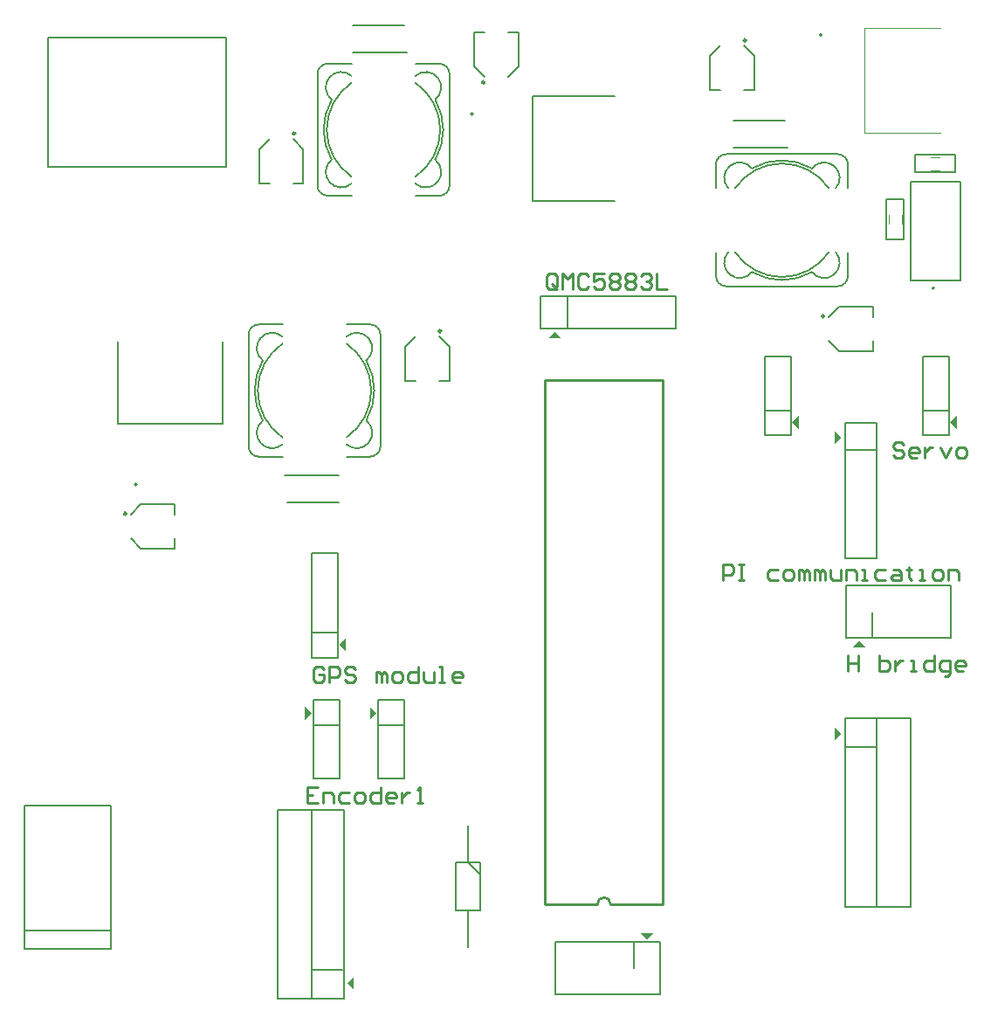
<source format=gto>
G04*
G04 #@! TF.GenerationSoftware,Altium Limited,Altium Designer,19.1.1 (5)*
G04*
G04 Layer_Color=65535*
%FSTAX24Y24*%
%MOIN*%
G70*
G01*
G75*
%ADD10C,0.0098*%
%ADD11C,0.0079*%
%ADD12C,0.0100*%
%ADD13C,0.0070*%
%ADD14C,0.0050*%
%ADD15C,0.0040*%
%ADD16C,0.0039*%
G36*
X012506Y00149D02*
X012756Y00124D01*
Y00174D01*
X012506Y00149D01*
D02*
G37*
G36*
X011146Y01178D02*
X010896Y01203D01*
Y01153D01*
X011146Y01178D01*
D02*
G37*
G36*
X013636Y011775D02*
X013386Y012025D01*
Y011525D01*
X013636Y011775D01*
D02*
G37*
G36*
X023961Y003155D02*
X024211Y003405D01*
X023711D01*
X023961Y003155D01*
D02*
G37*
G36*
X031386Y011D02*
X031136Y01125D01*
Y01075D01*
X031386Y011D01*
D02*
G37*
G36*
X012216Y0144D02*
X012466Y01415D01*
Y01465D01*
X012216Y0144D01*
D02*
G37*
G36*
X020445Y026334D02*
X020195Y026084D01*
X020695D01*
X020445Y026334D01*
D02*
G37*
G36*
X0295Y02288D02*
X02975Y02263D01*
Y02313D01*
X0295Y02288D01*
D02*
G37*
G36*
X032061Y01455D02*
X031811Y0143D01*
X032311D01*
X032061Y01455D01*
D02*
G37*
G36*
X031376Y0223D02*
X031126Y02255D01*
Y02205D01*
X031376Y0223D01*
D02*
G37*
G36*
X035536Y02288D02*
X035786Y02263D01*
Y02313D01*
X035536Y02288D01*
D02*
G37*
D10*
X027738Y037453D02*
G03*
X027738Y037453I-000049J0D01*
G01*
X030722Y026925D02*
G03*
X030722Y026925I-000049J0D01*
G01*
X004083Y019392D02*
G03*
X004083Y019392I-000049J0D01*
G01*
X016102Y026367D02*
G03*
X016102Y026367I-000049J0D01*
G01*
X017757Y035847D02*
G03*
X017757Y035847I-000049J0D01*
G01*
X010532Y033905D02*
G03*
X010532Y033905I-000049J0D01*
G01*
D11*
X027318Y02937D02*
G03*
X030895Y02937I001789J00122D01*
G01*
X02796Y028615D02*
G03*
X030253Y028615I001147J001975D01*
G01*
X030895Y03181D02*
G03*
X027318Y03181I-001789J-00122D01*
G01*
X030253Y032565D02*
G03*
X02796Y032565I-001147J-001975D01*
G01*
X031626Y032716D02*
G03*
X031232Y03311I-000394J0D01*
G01*
X02698D02*
G03*
X026587Y032716I0J-000394D01*
G01*
X031232Y02807D02*
G03*
X031626Y028464I0J000394D01*
G01*
X026587D02*
G03*
X02698Y02807I000394J0D01*
G01*
X02796Y032565D02*
G03*
X027052Y03181I-000468J-00036D01*
G01*
X030253Y028615D02*
G03*
X031161Y02937I000468J00036D01*
G01*
Y03181D02*
G03*
X030253Y032565I-00044J000394D01*
G01*
X027052Y02937D02*
G03*
X02796Y028615I00044J-000394D01*
G01*
X034913Y028003D02*
G03*
X034913Y028003I-000039J0D01*
G01*
X004477Y020512D02*
G03*
X004477Y020512I-00005J0D01*
G01*
X012481Y022305D02*
G03*
X012481Y025882I-00122J001789D01*
G01*
X013235Y022947D02*
G03*
X013235Y02524I-001975J001147D01*
G01*
X01004Y025882D02*
G03*
X01004Y022305I00122J-001789D01*
G01*
X009286Y02524D02*
G03*
X009286Y022947I001975J-001147D01*
G01*
X009135Y026613D02*
G03*
X008741Y02622I0J-000394D01*
G01*
Y021968D02*
G03*
X009135Y021574I000394J0D01*
G01*
X01378Y02622D02*
G03*
X013386Y026613I-000394J0D01*
G01*
Y021574D02*
G03*
X01378Y021968I0J000394D01*
G01*
X009286Y022947D02*
G03*
X01004Y022039I00036J-000468D01*
G01*
X013235Y02524D02*
G03*
X012481Y026148I-00036J000468D01*
G01*
X01004D02*
G03*
X009286Y02524I-000394J-00044D01*
G01*
X012481Y022039D02*
G03*
X013235Y022947I000394J00044D01*
G01*
X030622Y037658D02*
G03*
X030544Y037658I-000039J0D01*
G01*
D02*
G03*
X030622Y037658I000039J0D01*
G01*
X017327Y03464D02*
G03*
X017327Y03464I-00005J0D01*
G01*
X012673Y035832D02*
G03*
X012673Y032255I00122J-001789D01*
G01*
X011919Y03519D02*
G03*
X011919Y032897I001975J-001147D01*
G01*
X015114Y032255D02*
G03*
X015114Y035832I-00122J001789D01*
G01*
X015868Y032897D02*
G03*
X015868Y03519I-001975J001147D01*
G01*
X01602Y031524D02*
G03*
X016413Y031917I0J000394D01*
G01*
Y036169D02*
G03*
X01602Y036563I-000394J0D01*
G01*
X011374Y031917D02*
G03*
X011768Y031524I000394J0D01*
G01*
Y036563D02*
G03*
X011374Y036169I0J-000394D01*
G01*
X015868Y03519D02*
G03*
X015114Y036098I-00036J000468D01*
G01*
X011919Y032897D02*
G03*
X012673Y031989I00036J-000468D01*
G01*
X015114D02*
G03*
X015868Y032897I000394J00044D01*
G01*
X012673Y036098D02*
G03*
X011919Y03519I-000394J-00044D01*
G01*
X017578Y004268D02*
Y006091D01*
X016643Y004268D02*
X017578D01*
X016643D02*
Y006091D01*
X017578D01*
X017111D02*
X017578Y005623D01*
X017111Y006091D02*
Y007507D01*
Y002852D02*
Y004268D01*
X0079Y032623D02*
Y037544D01*
X001088Y032623D02*
X0079D01*
X001088D02*
Y037544D01*
X0079D01*
X02635Y036853D02*
X026744Y037247D01*
X02635Y035554D02*
Y036853D01*
X028043Y035554D02*
Y036853D01*
X02635Y035554D02*
X026744D01*
X02765D02*
X028043D01*
X02765Y037247D02*
X028043Y036853D01*
X026587Y03181D02*
Y032716D01*
X031626Y028464D02*
Y02937D01*
X02698Y03311D02*
X031232D01*
X031626Y03181D02*
Y032716D01*
X026587Y028464D02*
Y02937D01*
X02698Y02807D02*
X031232D01*
X027248Y033371D02*
X029333D01*
X027248Y034395D02*
X029232D01*
X030879Y02598D02*
X031273Y025586D01*
X032572D01*
X031273Y027279D02*
X032572D01*
Y025586D02*
Y02598D01*
Y026886D02*
Y027279D01*
X030879Y026886D02*
X031273Y027279D01*
X034027Y028307D02*
Y032059D01*
X035924D01*
Y028307D02*
Y032059D01*
X034027Y028307D02*
X035924D01*
X003756Y022839D02*
X007756D01*
Y025943D01*
X003756Y022839D02*
Y025943D01*
X009135Y021574D02*
X01004D01*
X012481Y026613D02*
X013386D01*
X008741Y021968D02*
Y02622D01*
X009135Y026613D02*
X01004D01*
X012481Y021574D02*
X013386D01*
X01378Y021968D02*
Y02622D01*
X010218Y019823D02*
X012203D01*
X010118Y020846D02*
X012203D01*
X004241Y018447D02*
X004634Y018054D01*
X005933D01*
X004634Y019746D02*
X005933D01*
Y018054D02*
Y018447D01*
Y019353D02*
Y019746D01*
X004241Y019353D02*
X004634Y019746D01*
X014714Y025767D02*
X015108Y026161D01*
X014714Y024468D02*
Y025767D01*
X016407Y024468D02*
Y025767D01*
X014714Y024468D02*
X015108D01*
X016013D02*
X016407D01*
X016013Y026161D02*
X016407Y025767D01*
X019604Y031311D02*
Y035311D01*
Y031311D02*
X022708D01*
X019604Y035311D02*
X022708D01*
X015114Y036563D02*
X01602D01*
X011768Y031524D02*
X012673D01*
X016413Y031917D02*
Y036169D01*
X015114Y031524D02*
X01602D01*
X011768Y036563D02*
X012673D01*
X011374Y031917D02*
Y036169D01*
X012708Y038012D02*
X014692D01*
X012708Y036988D02*
X014793D01*
X018653Y036054D02*
X019046Y036447D01*
Y037746D01*
X017354Y036447D02*
Y037746D01*
X018653D02*
X019046D01*
X017354D02*
X017747D01*
X017354Y036447D02*
X017747Y036054D01*
X009144Y033305D02*
X009538Y033699D01*
X009144Y032006D02*
Y033305D01*
X010837Y032006D02*
Y033305D01*
X009144Y032006D02*
X009538D01*
X010443D02*
X010837D01*
X010443Y033699D02*
X010837Y033305D01*
D12*
X022561Y0045D02*
G03*
X022061Y0045I-00025J0D01*
G01*
X022561D02*
X024561D01*
X020061D02*
X022061D01*
X020061D02*
Y0245D01*
X024561D01*
Y0045D02*
Y0245D01*
X02685Y016856D02*
Y017456D01*
X02715D01*
X02725Y017356D01*
Y017156D01*
X02715Y017056D01*
X02685D01*
X02745Y017456D02*
X02765D01*
X02755D01*
Y016856D01*
X02745D01*
X02765D01*
X028949Y017256D02*
X028649D01*
X028549Y017156D01*
Y016956D01*
X028649Y016856D01*
X028949D01*
X029249D02*
X029449D01*
X029549Y016956D01*
Y017156D01*
X029449Y017256D01*
X029249D01*
X029149Y017156D01*
Y016956D01*
X029249Y016856D01*
X029749D02*
Y017256D01*
X029849D01*
X029949Y017156D01*
Y016856D01*
Y017156D01*
X030049Y017256D01*
X030149Y017156D01*
Y016856D01*
X030349D02*
Y017256D01*
X030449D01*
X030549Y017156D01*
Y016856D01*
Y017156D01*
X030649Y017256D01*
X030749Y017156D01*
Y016856D01*
X030949Y017256D02*
Y016956D01*
X031049Y016856D01*
X031349D01*
Y017256D01*
X031548Y016856D02*
Y017256D01*
X031848D01*
X031948Y017156D01*
Y016856D01*
X032148D02*
X032348D01*
X032248D01*
Y017256D01*
X032148D01*
X033048D02*
X032748D01*
X032648Y017156D01*
Y016956D01*
X032748Y016856D01*
X033048D01*
X033348Y017256D02*
X033548D01*
X033648Y017156D01*
Y016856D01*
X033348D01*
X033248Y016956D01*
X033348Y017056D01*
X033648D01*
X033948Y017356D02*
Y017256D01*
X033848D01*
X034048D01*
X033948D01*
Y016956D01*
X034048Y016856D01*
X034348D02*
X034548D01*
X034448D01*
Y017256D01*
X034348D01*
X034947Y016856D02*
X035147D01*
X035247Y016956D01*
Y017156D01*
X035147Y017256D01*
X034947D01*
X034847Y017156D01*
Y016956D01*
X034947Y016856D01*
X035447D02*
Y017256D01*
X035747D01*
X035847Y017156D01*
Y016856D01*
X031621Y014D02*
Y0134D01*
Y0137D01*
X03202D01*
Y014D01*
Y0134D01*
X03282Y014D02*
Y0134D01*
X03312D01*
X03322Y0135D01*
Y0136D01*
Y0137D01*
X03312Y0138D01*
X03282D01*
X03342D02*
Y0134D01*
Y0136D01*
X03352Y0137D01*
X03362Y0138D01*
X03372D01*
X03402Y0134D02*
X03422D01*
X03412D01*
Y0138D01*
X03402D01*
X034919Y014D02*
Y0134D01*
X03462D01*
X03452Y0135D01*
Y0137D01*
X03462Y0138D01*
X034919D01*
X035319Y0132D02*
X035419D01*
X035519Y0133D01*
Y0138D01*
X035219D01*
X035119Y0137D01*
Y0135D01*
X035219Y0134D01*
X035519D01*
X036019D02*
X035819D01*
X035719Y0135D01*
Y0137D01*
X035819Y0138D01*
X036019D01*
X036119Y0137D01*
Y0136D01*
X035719D01*
X033755Y022014D02*
X033655Y022114D01*
X033455D01*
X033356Y022014D01*
Y021914D01*
X033455Y021814D01*
X033655D01*
X033755Y021714D01*
Y021614D01*
X033655Y021514D01*
X033455D01*
X033356Y021614D01*
X034255Y021514D02*
X034055D01*
X033955Y021614D01*
Y021814D01*
X034055Y021914D01*
X034255D01*
X034355Y021814D01*
Y021714D01*
X033955D01*
X034555Y021914D02*
Y021514D01*
Y021714D01*
X034655Y021814D01*
X034755Y021914D01*
X034855D01*
X035155D02*
X035355Y021514D01*
X035555Y021914D01*
X035855Y021514D02*
X036055D01*
X036155Y021614D01*
Y021814D01*
X036055Y021914D01*
X035855D01*
X035755Y021814D01*
Y021614D01*
X035855Y021514D01*
X02052Y028044D02*
Y028444D01*
X02042Y028544D01*
X02022D01*
X02012Y028444D01*
Y028044D01*
X02022Y027944D01*
X02042D01*
X02032Y028144D02*
X02052Y027944D01*
X02042D02*
X02052Y028044D01*
X02072Y027944D02*
Y028544D01*
X02092Y028344D01*
X02112Y028544D01*
Y027944D01*
X02172Y028444D02*
X02162Y028544D01*
X02142D01*
X02132Y028444D01*
Y028044D01*
X02142Y027944D01*
X02162D01*
X02172Y028044D01*
X02232Y028544D02*
X02192D01*
Y028244D01*
X02212Y028344D01*
X02222D01*
X02232Y028244D01*
Y028044D01*
X02222Y027944D01*
X02202D01*
X02192Y028044D01*
X02252Y028444D02*
X022619Y028544D01*
X022819D01*
X022919Y028444D01*
Y028344D01*
X022819Y028244D01*
X022919Y028144D01*
Y028044D01*
X022819Y027944D01*
X022619D01*
X02252Y028044D01*
Y028144D01*
X022619Y028244D01*
X02252Y028344D01*
Y028444D01*
X022619Y028244D02*
X022819D01*
X023119Y028444D02*
X023219Y028544D01*
X023419D01*
X023519Y028444D01*
Y028344D01*
X023419Y028244D01*
X023519Y028144D01*
Y028044D01*
X023419Y027944D01*
X023219D01*
X023119Y028044D01*
Y028144D01*
X023219Y028244D01*
X023119Y028344D01*
Y028444D01*
X023219Y028244D02*
X023419D01*
X023719Y028444D02*
X023819Y028544D01*
X024019D01*
X024119Y028444D01*
Y028344D01*
X024019Y028244D01*
X023919D01*
X024019D01*
X024119Y028144D01*
Y028044D01*
X024019Y027944D01*
X023819D01*
X023719Y028044D01*
X024319Y028544D02*
Y027944D01*
X024719D01*
X011616Y01347D02*
X011516Y01357D01*
X011316D01*
X011216Y01347D01*
Y01307D01*
X011316Y01297D01*
X011516D01*
X011616Y01307D01*
Y01327D01*
X011416D01*
X011816Y01297D02*
Y01357D01*
X012116D01*
X012216Y01347D01*
Y01327D01*
X012116Y01317D01*
X011816D01*
X012816Y01347D02*
X012716Y01357D01*
X012516D01*
X012416Y01347D01*
Y01337D01*
X012516Y01327D01*
X012716D01*
X012816Y01317D01*
Y01307D01*
X012716Y01297D01*
X012516D01*
X012416Y01307D01*
X013616Y01297D02*
Y01337D01*
X013715D01*
X013815Y01327D01*
Y01297D01*
Y01327D01*
X013915Y01337D01*
X014015Y01327D01*
Y01297D01*
X014315D02*
X014515D01*
X014615Y01307D01*
Y01327D01*
X014515Y01337D01*
X014315D01*
X014215Y01327D01*
Y01307D01*
X014315Y01297D01*
X015215Y01357D02*
Y01297D01*
X014915D01*
X014815Y01307D01*
Y01327D01*
X014915Y01337D01*
X015215D01*
X015415D02*
Y01307D01*
X015515Y01297D01*
X015815D01*
Y01337D01*
X016015Y01297D02*
X016215D01*
X016115D01*
Y01357D01*
X016015D01*
X016815Y01297D02*
X016615D01*
X016515Y01307D01*
Y01327D01*
X016615Y01337D01*
X016815D01*
X016914Y01327D01*
Y01317D01*
X016515D01*
X011394Y008945D02*
X010994D01*
Y008345D01*
X011394D01*
X010994Y008645D02*
X011194D01*
X011594Y008345D02*
Y008745D01*
X011894D01*
X011994Y008645D01*
Y008345D01*
X012594Y008745D02*
X012294D01*
X012194Y008645D01*
Y008445D01*
X012294Y008345D01*
X012594D01*
X012894D02*
X013094D01*
X013194Y008445D01*
Y008645D01*
X013094Y008745D01*
X012894D01*
X012794Y008645D01*
Y008445D01*
X012894Y008345D01*
X013793Y008945D02*
Y008345D01*
X013493D01*
X013393Y008445D01*
Y008645D01*
X013493Y008745D01*
X013793D01*
X014293Y008345D02*
X014093D01*
X013993Y008445D01*
Y008645D01*
X014093Y008745D01*
X014293D01*
X014393Y008645D01*
Y008545D01*
X013993D01*
X014593Y008745D02*
Y008345D01*
Y008545D01*
X014693Y008645D01*
X014793Y008745D01*
X014893D01*
X015193Y008345D02*
X015393D01*
X015293D01*
Y008945D01*
X015193Y008845D01*
D13*
X034486Y02333D02*
X035476D01*
X034476Y02538D02*
X035476D01*
X034476Y02238D02*
Y02538D01*
Y02238D02*
X035476D01*
Y02538D01*
X02944Y02238D02*
Y02538D01*
X02844Y02238D02*
X02944D01*
X02844D02*
Y02538D01*
X02944D01*
X02845Y02333D02*
X02944D01*
X011156Y00809D02*
X012376D01*
X011156Y00089D02*
X012376D01*
Y00809D01*
X011156Y00092D02*
Y00809D01*
Y002D02*
X012336D01*
X011156Y00089D02*
Y00099D01*
X009856Y00089D02*
X011156D01*
X009856D02*
Y00809D01*
X011156D01*
X019875Y027694D02*
X025055D01*
X019875Y026474D02*
X025055D01*
X019875D02*
Y027694D01*
X025055Y026474D02*
Y027694D01*
X020935Y026494D02*
Y027674D01*
X032736Y01769D02*
Y02287D01*
X031516Y01769D02*
Y02287D01*
X032736D01*
X031516Y01769D02*
X032736D01*
X031536Y02181D02*
X032716D01*
X031516Y0044D02*
X032736D01*
X031516Y0116D02*
X032736D01*
X031516Y0044D02*
Y0116D01*
X032736Y0044D02*
Y01157D01*
X031556Y01049D02*
X032736D01*
Y0115D02*
Y0116D01*
X034036D01*
Y0044D02*
Y0116D01*
X032736Y0044D02*
X034036D01*
X000191Y0035D02*
X003491D01*
Y0028D02*
Y00825D01*
X000191Y0028D02*
Y00825D01*
X003491D01*
X000191Y0028D02*
X003491D01*
X032561Y01466D02*
Y01564D01*
X031556Y014655D02*
X035566D01*
X031556D02*
Y015655D01*
Y016655D01*
X035566D01*
Y014655D02*
Y016655D01*
X023461Y002065D02*
Y003045D01*
X020456Y00305D02*
X024466D01*
Y00205D02*
Y00305D01*
Y00105D02*
Y00205D01*
X020456Y00105D02*
X024466D01*
X020456D02*
Y00305D01*
X011206Y00928D02*
Y01228D01*
X012206D01*
Y00928D02*
Y01228D01*
X011206Y00928D02*
X012206D01*
X011206Y01133D02*
X012196D01*
X013696Y009275D02*
Y012275D01*
X014696D01*
Y009275D02*
Y012275D01*
X013696Y009275D02*
X014696D01*
X013696Y011325D02*
X014686D01*
X012156Y0139D02*
Y0179D01*
X011156Y0139D02*
X012156D01*
X011156D02*
Y0179D01*
X012156D01*
X011166Y01485D02*
X012156D01*
D14*
X033086Y031403D02*
X033756D01*
Y029873D02*
Y031403D01*
X033086Y029873D02*
X033756D01*
X033086D02*
Y031403D01*
X035712Y03241D02*
Y03308D01*
X034182Y03241D02*
X035712D01*
X034182D02*
Y03308D01*
X035712D01*
D15*
X033176Y030463D02*
Y030803D01*
X033676Y030463D02*
Y030803D01*
X034772Y03299D02*
X035112D01*
X034772Y03249D02*
X035112D01*
D16*
X032268Y033926D02*
X03515D01*
X032268D02*
Y037926D01*
X03515D01*
M02*

</source>
